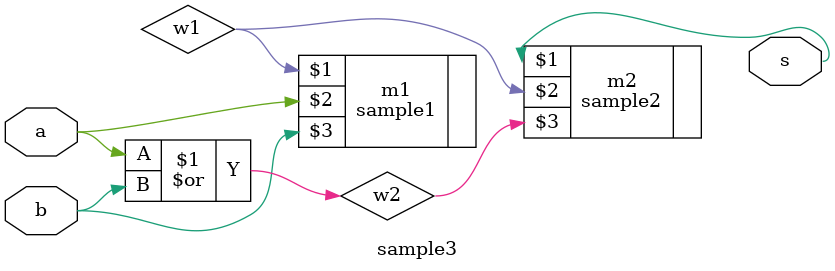
<source format=v>
module sample3(s,a,b);
    input a, b;
    wire w1, w2;
    output s;
    sample1 m1(w1, a, b);
    sample2 m2(s, w1, w2);
    assign w2 = a | b;
endmodule


</source>
